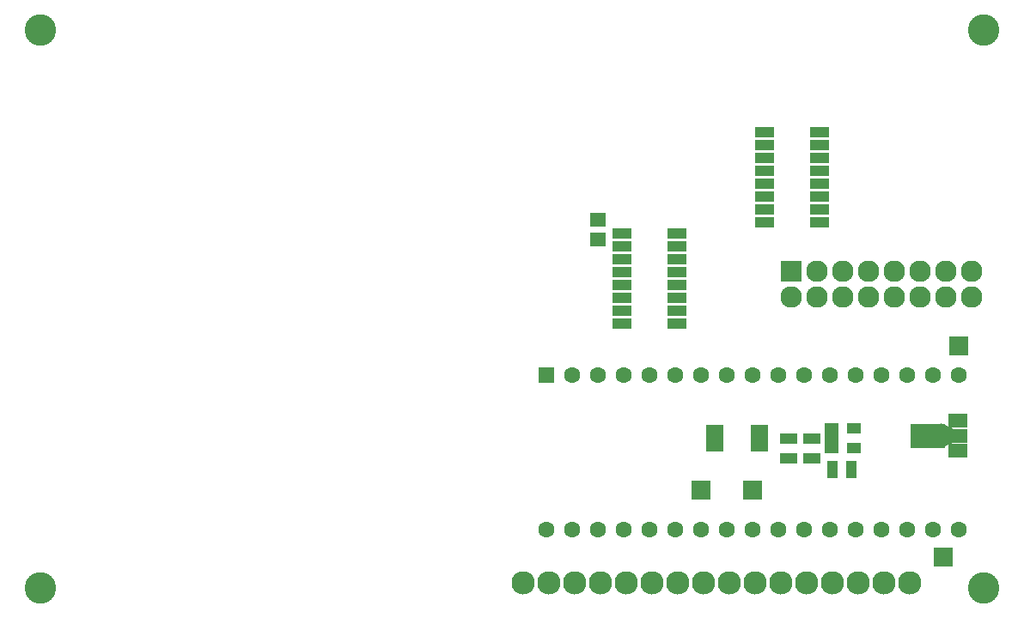
<source format=gts>
G04 #@! TF.FileFunction,Soldermask,Top*
%FSLAX46Y46*%
G04 Gerber Fmt 4.6, Leading zero omitted, Abs format (unit mm)*
G04 Created by KiCad (PCBNEW 4.0.1-3.201512221402+6198~38~ubuntu14.04.1-stable) date Wed 06 Jan 2016 15:47:40 GMT*
%MOMM*%
G01*
G04 APERTURE LIST*
%ADD10C,0.100000*%
%ADD11C,1.600000*%
%ADD12R,1.600000X1.600000*%
%ADD13R,1.924000X1.924000*%
%ADD14R,1.700000X1.100000*%
%ADD15R,1.100000X1.700000*%
%ADD16R,1.800000X0.700000*%
%ADD17R,1.460000X1.050000*%
%ADD18R,1.901140X1.400760*%
%ADD19R,3.399740X2.398980*%
%ADD20R,2.127200X2.127200*%
%ADD21O,2.127200X2.127200*%
%ADD22R,1.650000X1.400000*%
%ADD23R,1.900000X1.000000*%
%ADD24C,2.300000*%
%ADD25C,3.100000*%
G04 APERTURE END LIST*
D10*
D11*
X86868000Y-152274000D03*
X89408000Y-152274000D03*
X91948000Y-152274000D03*
X94488000Y-152274000D03*
X97028000Y-152274000D03*
X99568000Y-152274000D03*
X102108000Y-152274000D03*
X104648000Y-152274000D03*
X107188000Y-152274000D03*
X109728000Y-152274000D03*
X112268000Y-152274000D03*
X114808000Y-152274000D03*
X117348000Y-152274000D03*
X119888000Y-152274000D03*
X122428000Y-152274000D03*
X124968000Y-152274000D03*
X127508000Y-152274000D03*
D12*
X86868000Y-137034000D03*
D11*
X89408000Y-137034000D03*
X91948000Y-137034000D03*
X94488000Y-137034000D03*
X97028000Y-137034000D03*
X99568000Y-137034000D03*
X102108000Y-137034000D03*
X104648000Y-137034000D03*
X107188000Y-137034000D03*
X109728000Y-137034000D03*
X112268000Y-137034000D03*
X114808000Y-137034000D03*
X117348000Y-137034000D03*
X119888000Y-137034000D03*
X122428000Y-137034000D03*
X124968000Y-137034000D03*
X127508000Y-137034000D03*
D13*
X127508000Y-134112000D03*
X107188000Y-148336000D03*
X102108000Y-148336000D03*
X125984000Y-154940000D03*
D14*
X110744000Y-145222000D03*
X110744000Y-143322000D03*
D15*
X116962000Y-146304000D03*
X115062000Y-146304000D03*
D14*
X113030000Y-145222000D03*
X113030000Y-143322000D03*
D16*
X103464000Y-142256000D03*
X103464000Y-142756000D03*
X103464000Y-143256000D03*
X103464000Y-143756000D03*
X103464000Y-144256000D03*
X107864000Y-144256000D03*
X107864000Y-143756000D03*
X107864000Y-143256000D03*
X107864000Y-142756000D03*
X107864000Y-142256000D03*
D17*
X114978000Y-142306000D03*
X114978000Y-143256000D03*
X114978000Y-144206000D03*
X117178000Y-144206000D03*
X117178000Y-142306000D03*
D18*
X127411480Y-144503140D03*
X127411480Y-143002000D03*
X127411480Y-141500860D03*
D19*
X124460000Y-143002000D03*
D10*
G36*
X125734470Y-141801240D02*
X126883770Y-142301620D01*
X126883770Y-143702380D01*
X125734470Y-144202760D01*
X125734470Y-141801240D01*
X125734470Y-141801240D01*
G37*
D20*
X110998000Y-126746000D03*
D21*
X110998000Y-129286000D03*
X113538000Y-126746000D03*
X113538000Y-129286000D03*
X116078000Y-126746000D03*
X116078000Y-129286000D03*
X118618000Y-126746000D03*
X118618000Y-129286000D03*
X121158000Y-126746000D03*
X121158000Y-129286000D03*
X123698000Y-126746000D03*
X123698000Y-129286000D03*
X126238000Y-126746000D03*
X126238000Y-129286000D03*
X128778000Y-126746000D03*
X128778000Y-129286000D03*
D22*
X91948000Y-121666000D03*
X91948000Y-123666000D03*
D23*
X108392000Y-113030000D03*
X108392000Y-114300000D03*
X108392000Y-115570000D03*
X108392000Y-116840000D03*
X108392000Y-118110000D03*
X108392000Y-119380000D03*
X108392000Y-120650000D03*
X108392000Y-121920000D03*
X113792000Y-121920000D03*
X113792000Y-120650000D03*
X113792000Y-119380000D03*
X113792000Y-118110000D03*
X113792000Y-116840000D03*
X113792000Y-115570000D03*
X113792000Y-114300000D03*
X113792000Y-113030000D03*
X94328000Y-123063000D03*
X94328000Y-124333000D03*
X94328000Y-125603000D03*
X94328000Y-126873000D03*
X94328000Y-128143000D03*
X94328000Y-129413000D03*
X94328000Y-130683000D03*
X94328000Y-131953000D03*
X99728000Y-131953000D03*
X99728000Y-130683000D03*
X99728000Y-129413000D03*
X99728000Y-128143000D03*
X99728000Y-126873000D03*
X99728000Y-125603000D03*
X99728000Y-124333000D03*
X99728000Y-123063000D03*
D24*
X122682000Y-157480000D03*
X120142000Y-157480000D03*
X117602000Y-157480000D03*
X115062000Y-157480000D03*
X112522000Y-157480000D03*
X109982000Y-157480000D03*
X107442000Y-157480000D03*
X104902000Y-157480000D03*
X102362000Y-157480000D03*
X99822000Y-157480000D03*
X97282000Y-157480000D03*
X94742000Y-157480000D03*
X92202000Y-157480000D03*
X89662000Y-157480000D03*
X87122000Y-157480000D03*
X84582000Y-157480000D03*
D25*
X36982000Y-102980000D03*
X129982000Y-102980000D03*
X129982000Y-157980000D03*
X36982000Y-157980000D03*
M02*

</source>
